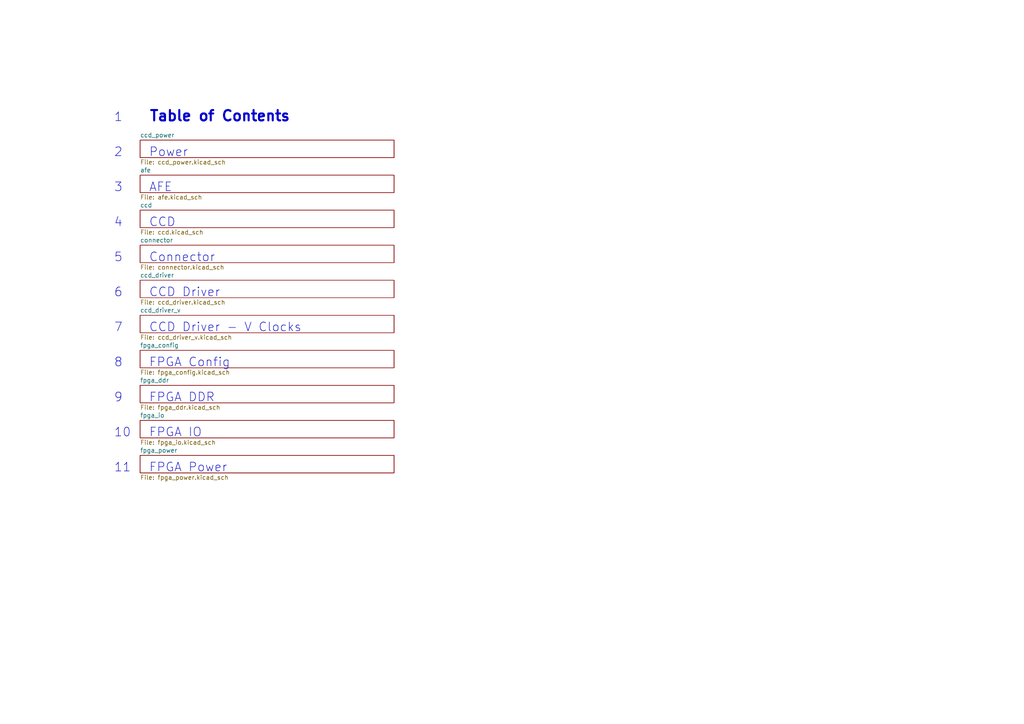
<source format=kicad_sch>
(kicad_sch
	(version 20231120)
	(generator "eeschema")
	(generator_version "8.0")
	(uuid "ba41827b-f176-424d-b6d5-0b0e1ddda097")
	(paper "A4")
	(title_block
		(title "Sitina 1 Sensor Board")
		(date "2024-06-09")
		(rev "R0.10")
		(company "Copyright 2024 Anhang Li, Wenting Zhang")
		(comment 2 "MERCHANTABILITY, SATISFACTORY QUALITY AND FITNESS FOR A PARTICULAR PURPOSE.")
		(comment 3 "This source is distributed WITHOUT ANY EXPRESS OR IMPLIED WARRANTY, INCLUDING OF")
		(comment 4 "This source describes Open Hardware and is licensed under the CERN-OHL-P v2.")
	)
	(lib_symbols)
	(text "AFE"
		(exclude_from_sim no)
		(at 43.18 55.88 0)
		(effects
			(font
				(size 2.54 2.54)
			)
			(justify left bottom)
		)
		(uuid "02a5f57d-4a28-47eb-9819-eae5d362c2bc")
	)
	(text "8"
		(exclude_from_sim no)
		(at 33.02 106.68 0)
		(effects
			(font
				(size 2.54 2.54)
			)
			(justify left bottom)
		)
		(uuid "1e87a1a8-08d3-4d87-9f9d-3fe3a13fba05")
	)
	(text "3"
		(exclude_from_sim no)
		(at 33.02 55.88 0)
		(effects
			(font
				(size 2.54 2.54)
			)
			(justify left bottom)
		)
		(uuid "2a7b977b-1bce-42a4-8eb2-97fb3f6c57f9")
	)
	(text "6"
		(exclude_from_sim no)
		(at 33.02 86.36 0)
		(effects
			(font
				(size 2.54 2.54)
			)
			(justify left bottom)
		)
		(uuid "348322e2-ddf1-490f-9279-9812a946030a")
	)
	(text "CCD Driver - V Clocks"
		(exclude_from_sim no)
		(at 43.18 96.52 0)
		(effects
			(font
				(size 2.54 2.54)
			)
			(justify left bottom)
		)
		(uuid "35c43a5e-0fe0-4095-bc59-aa0fbe5b282a")
	)
	(text "CCD"
		(exclude_from_sim no)
		(at 43.18 66.04 0)
		(effects
			(font
				(size 2.54 2.54)
			)
			(justify left bottom)
		)
		(uuid "36baf7a0-b907-4632-a98d-3c208ab8b9ae")
	)
	(text "Table of Contents"
		(exclude_from_sim no)
		(at 43.18 35.56 0)
		(effects
			(font
				(size 2.9972 2.9972)
				(thickness 0.5994)
				(bold yes)
			)
			(justify left bottom)
		)
		(uuid "381457cc-8e00-49b0-bed6-8c7335498798")
	)
	(text "Connector"
		(exclude_from_sim no)
		(at 43.18 76.2 0)
		(effects
			(font
				(size 2.54 2.54)
			)
			(justify left bottom)
		)
		(uuid "39bf547e-c566-4b7b-aa64-538efa010969")
	)
	(text "FPGA Power"
		(exclude_from_sim no)
		(at 43.18 137.16 0)
		(effects
			(font
				(size 2.54 2.54)
			)
			(justify left bottom)
		)
		(uuid "54678525-692a-4fdd-8bfc-31867b6d68b1")
	)
	(text "FPGA Config"
		(exclude_from_sim no)
		(at 43.18 106.68 0)
		(effects
			(font
				(size 2.54 2.54)
			)
			(justify left bottom)
		)
		(uuid "55aab0bd-298c-4857-a81f-bbee9391fc54")
	)
	(text "5"
		(exclude_from_sim no)
		(at 33.02 76.2 0)
		(effects
			(font
				(size 2.54 2.54)
			)
			(justify left bottom)
		)
		(uuid "64708e7e-f0d0-4c18-bb1f-8561017182e8")
	)
	(text "1"
		(exclude_from_sim no)
		(at 33.02 35.56 0)
		(effects
			(font
				(size 2.54 2.54)
			)
			(justify left bottom)
		)
		(uuid "69967e43-1c12-4c14-9657-453ca7ddd2d1")
	)
	(text "7"
		(exclude_from_sim no)
		(at 33.02 96.52 0)
		(effects
			(font
				(size 2.54 2.54)
			)
			(justify left bottom)
		)
		(uuid "96db472b-2173-4973-9a84-b9f6f8f5b5d6")
	)
	(text "CCD Driver"
		(exclude_from_sim no)
		(at 43.18 86.36 0)
		(effects
			(font
				(size 2.54 2.54)
			)
			(justify left bottom)
		)
		(uuid "9acc6089-e789-4474-abac-9ea670be4698")
	)
	(text "11"
		(exclude_from_sim no)
		(at 33.02 137.16 0)
		(effects
			(font
				(size 2.54 2.54)
			)
			(justify left bottom)
		)
		(uuid "9ae9974f-ba80-4307-94cf-a4c559cdff95")
	)
	(text "9"
		(exclude_from_sim no)
		(at 33.02 116.84 0)
		(effects
			(font
				(size 2.54 2.54)
			)
			(justify left bottom)
		)
		(uuid "9f2d685a-e2cb-47db-89aa-16bbf13f59ac")
	)
	(text "Power"
		(exclude_from_sim no)
		(at 43.18 45.72 0)
		(effects
			(font
				(size 2.54 2.54)
			)
			(justify left bottom)
		)
		(uuid "aa723430-9bb1-4d26-b371-3ee78f5d9d1a")
	)
	(text "FPGA DDR"
		(exclude_from_sim no)
		(at 43.18 116.84 0)
		(effects
			(font
				(size 2.54 2.54)
			)
			(justify left bottom)
		)
		(uuid "adc28392-60d8-460e-b8ac-6c42bbf0ad49")
	)
	(text "10"
		(exclude_from_sim no)
		(at 33.02 127 0)
		(effects
			(font
				(size 2.54 2.54)
			)
			(justify left bottom)
		)
		(uuid "c14e782f-5d16-405f-8aca-66a78070368e")
	)
	(text "2"
		(exclude_from_sim no)
		(at 33.02 45.72 0)
		(effects
			(font
				(size 2.54 2.54)
			)
			(justify left bottom)
		)
		(uuid "d8f4a8fb-fcf8-4d13-81a7-e0329872e4dc")
	)
	(text "FPGA IO"
		(exclude_from_sim no)
		(at 43.18 127 0)
		(effects
			(font
				(size 2.54 2.54)
			)
			(justify left bottom)
		)
		(uuid "da4a42b3-425b-49d1-8107-7193a9cc6e5c")
	)
	(text "4"
		(exclude_from_sim no)
		(at 33.02 66.04 0)
		(effects
			(font
				(size 2.54 2.54)
			)
			(justify left bottom)
		)
		(uuid "dd28bcb8-5695-46d2-bee3-ebe22b87a9a3")
	)
	(sheet
		(at 40.64 71.12)
		(size 73.66 5.08)
		(fields_autoplaced yes)
		(stroke
			(width 0.1524)
			(type solid)
		)
		(fill
			(color 0 0 0 0.0000)
		)
		(uuid "28025b55-6a64-43e1-9d20-34020d299147")
		(property "Sheetname" "connector"
			(at 40.64 70.4084 0)
			(effects
				(font
					(size 1.27 1.27)
				)
				(justify left bottom)
			)
		)
		(property "Sheetfile" "connector.kicad_sch"
			(at 40.64 76.7846 0)
			(effects
				(font
					(size 1.27 1.27)
				)
				(justify left top)
			)
		)
		(instances
			(project "pcb"
				(path "/ba41827b-f176-424d-b6d5-0b0e1ddda097"
					(page "5")
				)
			)
		)
	)
	(sheet
		(at 40.64 81.28)
		(size 73.66 5.08)
		(fields_autoplaced yes)
		(stroke
			(width 0.1524)
			(type solid)
		)
		(fill
			(color 0 0 0 0.0000)
		)
		(uuid "568a197d-3d07-4ce3-9dad-204d21f52839")
		(property "Sheetname" "ccd_driver"
			(at 40.64 80.5684 0)
			(effects
				(font
					(size 1.27 1.27)
				)
				(justify left bottom)
			)
		)
		(property "Sheetfile" "ccd_driver.kicad_sch"
			(at 40.64 86.9446 0)
			(effects
				(font
					(size 1.27 1.27)
				)
				(justify left top)
			)
		)
		(instances
			(project "pcb"
				(path "/ba41827b-f176-424d-b6d5-0b0e1ddda097"
					(page "6")
				)
			)
		)
	)
	(sheet
		(at 40.64 132.08)
		(size 73.66 5.08)
		(fields_autoplaced yes)
		(stroke
			(width 0.1524)
			(type solid)
		)
		(fill
			(color 0 0 0 0.0000)
		)
		(uuid "6bd93fa5-b04c-403a-8268-88485f724a4c")
		(property "Sheetname" "fpga_power"
			(at 40.64 131.3684 0)
			(effects
				(font
					(size 1.27 1.27)
				)
				(justify left bottom)
			)
		)
		(property "Sheetfile" "fpga_power.kicad_sch"
			(at 40.64 137.7446 0)
			(effects
				(font
					(size 1.27 1.27)
				)
				(justify left top)
			)
		)
		(instances
			(project "pcb"
				(path "/ba41827b-f176-424d-b6d5-0b0e1ddda097"
					(page "11")
				)
			)
		)
	)
	(sheet
		(at 40.64 40.64)
		(size 73.66 5.08)
		(fields_autoplaced yes)
		(stroke
			(width 0.1524)
			(type solid)
		)
		(fill
			(color 0 0 0 0.0000)
		)
		(uuid "a00c2049-0a3f-4994-b4b1-e2d67645b8de")
		(property "Sheetname" "ccd_power"
			(at 40.64 39.9284 0)
			(effects
				(font
					(size 1.27 1.27)
				)
				(justify left bottom)
			)
		)
		(property "Sheetfile" "ccd_power.kicad_sch"
			(at 40.64 46.3046 0)
			(effects
				(font
					(size 1.27 1.27)
				)
				(justify left top)
			)
		)
		(instances
			(project "pcb"
				(path "/ba41827b-f176-424d-b6d5-0b0e1ddda097"
					(page "2")
				)
			)
		)
	)
	(sheet
		(at 40.64 101.6)
		(size 73.66 5.08)
		(fields_autoplaced yes)
		(stroke
			(width 0.1524)
			(type solid)
		)
		(fill
			(color 0 0 0 0.0000)
		)
		(uuid "b64fe68d-aec8-4292-896e-119ca6ece6c8")
		(property "Sheetname" "fpga_config"
			(at 40.64 100.8884 0)
			(effects
				(font
					(size 1.27 1.27)
				)
				(justify left bottom)
			)
		)
		(property "Sheetfile" "fpga_config.kicad_sch"
			(at 40.64 107.2646 0)
			(effects
				(font
					(size 1.27 1.27)
				)
				(justify left top)
			)
		)
		(instances
			(project "pcb"
				(path "/ba41827b-f176-424d-b6d5-0b0e1ddda097"
					(page "8")
				)
			)
		)
	)
	(sheet
		(at 40.64 50.8)
		(size 73.66 5.08)
		(fields_autoplaced yes)
		(stroke
			(width 0.1524)
			(type solid)
		)
		(fill
			(color 0 0 0 0.0000)
		)
		(uuid "bbc4a8ed-000d-45bd-b682-5f5fc521899f")
		(property "Sheetname" "afe"
			(at 40.64 50.0884 0)
			(effects
				(font
					(size 1.27 1.27)
				)
				(justify left bottom)
			)
		)
		(property "Sheetfile" "afe.kicad_sch"
			(at 40.64 56.4646 0)
			(effects
				(font
					(size 1.27 1.27)
				)
				(justify left top)
			)
		)
		(instances
			(project "pcb"
				(path "/ba41827b-f176-424d-b6d5-0b0e1ddda097"
					(page "3")
				)
			)
		)
	)
	(sheet
		(at 40.64 121.92)
		(size 73.66 5.08)
		(fields_autoplaced yes)
		(stroke
			(width 0.1524)
			(type solid)
		)
		(fill
			(color 0 0 0 0.0000)
		)
		(uuid "c8f749b7-cbde-4482-9507-8dea52b97a2d")
		(property "Sheetname" "fpga_io"
			(at 40.64 121.2084 0)
			(effects
				(font
					(size 1.27 1.27)
				)
				(justify left bottom)
			)
		)
		(property "Sheetfile" "fpga_io.kicad_sch"
			(at 40.64 127.5846 0)
			(effects
				(font
					(size 1.27 1.27)
				)
				(justify left top)
			)
		)
		(instances
			(project "pcb"
				(path "/ba41827b-f176-424d-b6d5-0b0e1ddda097"
					(page "10")
				)
			)
		)
	)
	(sheet
		(at 40.64 111.76)
		(size 73.66 5.08)
		(fields_autoplaced yes)
		(stroke
			(width 0.1524)
			(type solid)
		)
		(fill
			(color 0 0 0 0.0000)
		)
		(uuid "cbfc77f8-d1e2-4799-a485-39d64530b305")
		(property "Sheetname" "fpga_ddr"
			(at 40.64 111.0484 0)
			(effects
				(font
					(size 1.27 1.27)
				)
				(justify left bottom)
			)
		)
		(property "Sheetfile" "fpga_ddr.kicad_sch"
			(at 40.64 117.4246 0)
			(effects
				(font
					(size 1.27 1.27)
				)
				(justify left top)
			)
		)
		(instances
			(project "pcb"
				(path "/ba41827b-f176-424d-b6d5-0b0e1ddda097"
					(page "9")
				)
			)
		)
	)
	(sheet
		(at 40.64 60.96)
		(size 73.66 5.08)
		(fields_autoplaced yes)
		(stroke
			(width 0.1524)
			(type solid)
		)
		(fill
			(color 0 0 0 0.0000)
		)
		(uuid "d2b12579-7abd-4725-8e52-61afb581d660")
		(property "Sheetname" "ccd"
			(at 40.64 60.2484 0)
			(effects
				(font
					(size 1.27 1.27)
				)
				(justify left bottom)
			)
		)
		(property "Sheetfile" "ccd.kicad_sch"
			(at 40.64 66.6246 0)
			(effects
				(font
					(size 1.27 1.27)
				)
				(justify left top)
			)
		)
		(instances
			(project "pcb"
				(path "/ba41827b-f176-424d-b6d5-0b0e1ddda097"
					(page "4")
				)
			)
		)
	)
	(sheet
		(at 40.64 91.44)
		(size 73.66 5.08)
		(fields_autoplaced yes)
		(stroke
			(width 0.1524)
			(type solid)
		)
		(fill
			(color 0 0 0 0.0000)
		)
		(uuid "d386a9bf-0103-410c-b6e1-cdc61e904cc1")
		(property "Sheetname" "ccd_driver_v"
			(at 40.64 90.7284 0)
			(effects
				(font
					(size 1.27 1.27)
				)
				(justify left bottom)
			)
		)
		(property "Sheetfile" "ccd_driver_v.kicad_sch"
			(at 40.64 97.1046 0)
			(effects
				(font
					(size 1.27 1.27)
				)
				(justify left top)
			)
		)
		(instances
			(project "pcb"
				(path "/ba41827b-f176-424d-b6d5-0b0e1ddda097"
					(page "7")
				)
			)
		)
	)
	(sheet_instances
		(path "/"
			(page "1")
		)
	)
)

</source>
